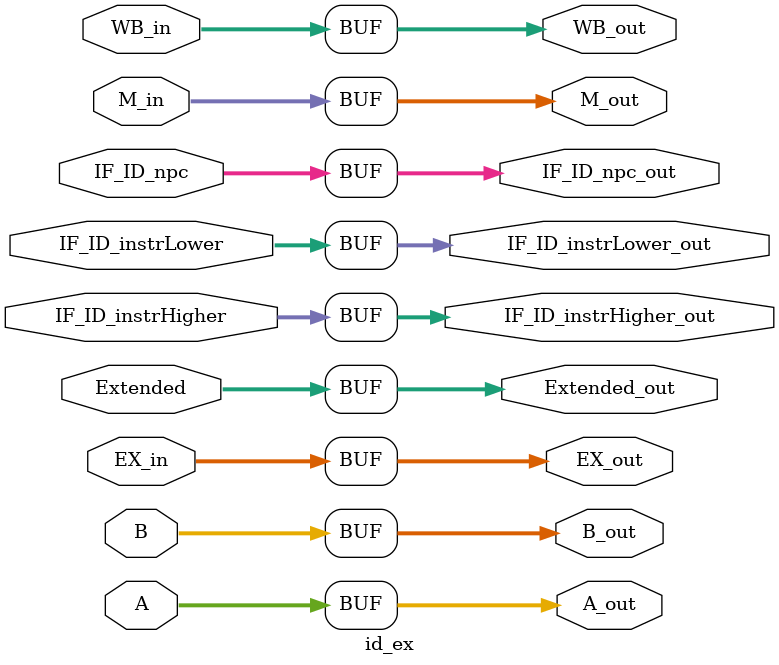
<source format=v>
`timescale 1ns/1ps

//                              -*- Mode: Verilog -*-
// Filename        : id_ex.v
// Description     : Buffer to syncronize the timing between stages of the pipeline. 

// Authors         : Chris Glaubig, Ahmed Khayyat
// Created On      : 4/25/11
//////////////////////////////////////////////////////////////////////////////////
module id_ex(	input wire [1:0] WB_in,     	
					input wire [2:0] M_in,     		
					input wire [4:0] EX_in,  			// Control outputs.
					input wire [31:0] A,
					input wire [31:0] B,					// Reg outputs
					input wire [31:0] Extended,		// s_extend outputs
					input wire [20:16] IF_ID_instrHigher,
					input wire [15:11] IF_ID_instrLower,
					input wire [31:0] IF_ID_npc,		// i_fetch output
					output reg [1:0] WB_out,     		
					output reg [2:0] M_out,     		
					output reg [4:0] EX_out, 			// Control bits out
					output reg [31:0] A_out,
					output reg [31:0] B_out,					
					output reg [31:0] Extended_out,		
					output reg [20:16] IF_ID_instrHigher_out,
					output reg [15:11] IF_ID_instrLower_out,
					output reg [31:0] IF_ID_npc_out	
    );

	   initial begin
      WB_out <= 0;	
		M_out <= 0;     		
		EX_out <= 0;	
		A_out <= 0;
		B_out <= 0;			
		Extended_out <= 0;		
		IF_ID_instrHigher_out <= 0;
		IF_ID_instrLower_out <= 0;
		IF_ID_npc_out <= 0;
   end
   always @* begin
      #1 WB_out <= WB_in;	
			M_out <= M_in;     		
			EX_out <= EX_in;	
			A_out <= A;
			B_out <= B;			
			Extended_out <= Extended;		
			IF_ID_instrHigher_out <= IF_ID_instrHigher;
			IF_ID_instrLower_out <= IF_ID_instrLower;
			IF_ID_npc_out <= IF_ID_npc;
		end

endmodule

</source>
